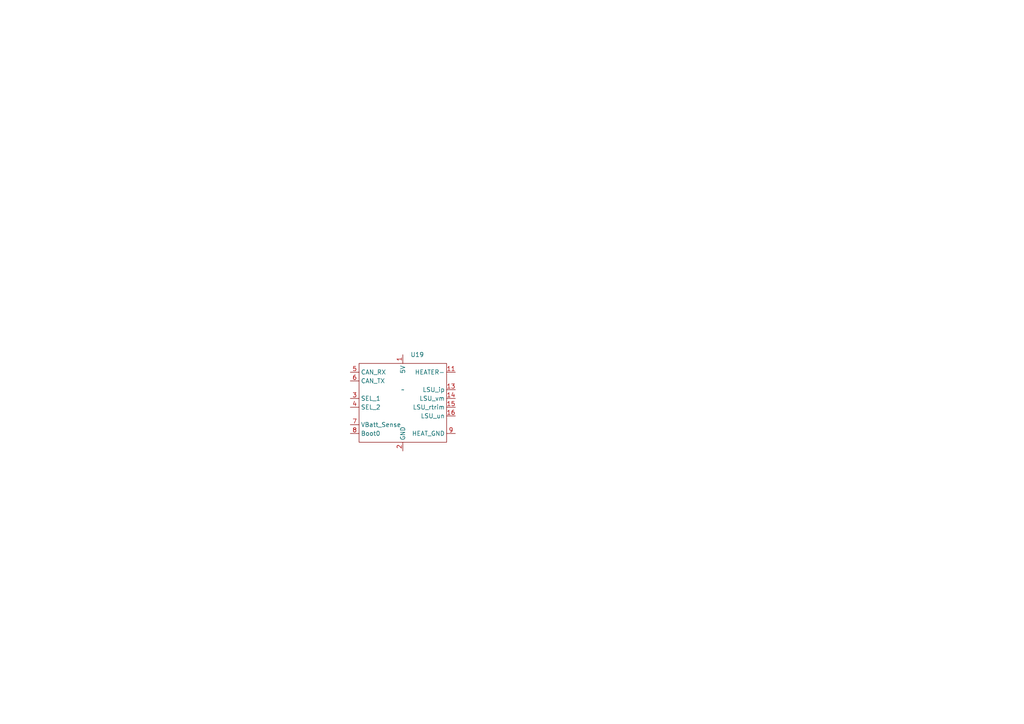
<source format=kicad_sch>
(kicad_sch (version 20230121) (generator eeschema)
  (paper "A4")
  (lib_symbols
    (symbol "Library:rusEFI_WBO"
      (property "Reference" "U" (at 0 0 0))
      (symbol "rusEFI_WBO_0_1"
        (rectangle (start -12.7 7.62) (end 12.7 -15.24))
      )
      (symbol "rusEFI_WBO_1_1"
        (pin power_in line (at 0 10.16 270) (length 2.54) (name "5V") (number "1"))
        (pin power_in line (at 15.24 -12.7 180) (length 2.54) hide (name "HEAT_GND2") (number "10"))
        (pin power_out line (at 15.24 5.08 180) (length 2.54) (name "HEATER-") (number "11"))
        (pin power_out line (at 15.24 5.08 180) (length 2.54) hide (name "HEATER-") (number "12"))
        (pin bidirectional line (at 15.24 0 180) (length 2.54) (name "LSU_ip") (number "13"))
        (pin bidirectional line (at 15.24 -2.54 180) (length 2.54) (name "LSU_vm") (number "14"))
        (pin bidirectional line (at 15.24 -5.08 180) (length 2.54) (name "LSU_rtrim") (number "15"))
        (pin bidirectional line (at 15.24 -7.62 180) (length 2.54) (name "LSU_un") (number "16"))
        (pin power_in line (at 0 -17.78 90) (length 2.54) (name "GND") (number "2"))
        (pin input line (at -15.24 -2.54 0) (length 2.54) (name "SEL_1") (number "3"))
        (pin input line (at -15.24 -5.08 0) (length 2.54) (name "SEL_2") (number "4"))
        (pin input line (at -15.24 5.08 0) (length 2.54) (name "CAN_RX") (number "5"))
        (pin output line (at -15.24 2.54 0) (length 2.54) (name "CAN_TX") (number "6"))
        (pin input line (at -15.24 -10.16 0) (length 2.54) (name "VBatt_Sense") (number "7"))
        (pin input line (at -15.24 -12.7 0) (length 2.54) (name "Boot0") (number "8"))
        (pin power_in line (at 15.24 -12.7 180) (length 2.54) (name "HEAT_GND") (number "9"))
      )
    )
  )
  (symbol (lib_id "Library:rusEFI_WBO") (at 116.84 113.03 0) (unit 1)
    (property "Reference" "U19" (at 119.0341 102.87 0) (effects (justify left)))
    (property "Value" "~" (at 116.84 113.03 0))
    (property "Footprint" "Library:rusEFI_WBO" (effects hide))
  )
)
</source>
